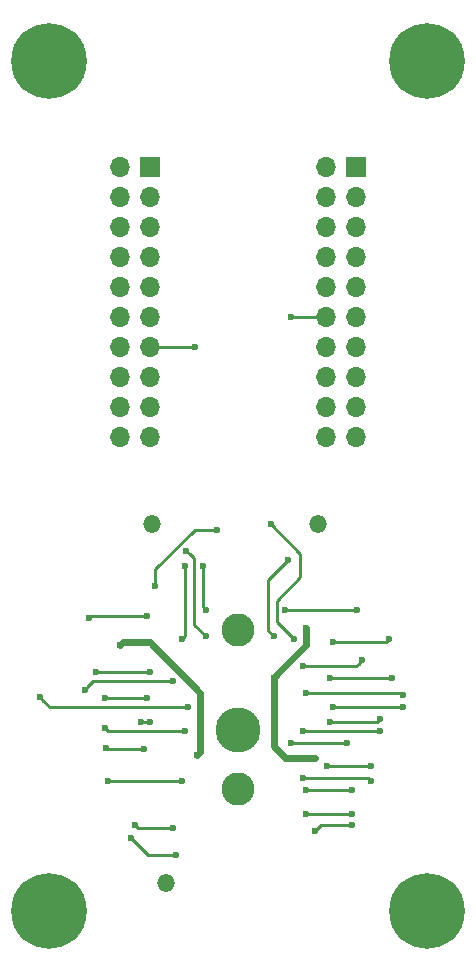
<source format=gtl>
G04 #@! TF.FileFunction,Copper,L1,Top,Signal*
%FSLAX46Y46*%
G04 Gerber Fmt 4.6, Leading zero omitted, Abs format (unit mm)*
G04 Created by KiCad (PCBNEW 4.0.6) date 03/31/18 20:42:20*
%MOMM*%
%LPD*%
G01*
G04 APERTURE LIST*
%ADD10C,0.100000*%
%ADD11C,6.400000*%
%ADD12O,1.500000X1.500000*%
%ADD13C,2.800000*%
%ADD14C,3.800000*%
%ADD15R,1.700000X1.700000*%
%ADD16O,1.700000X1.700000*%
%ADD17C,0.600000*%
%ADD18C,0.250000*%
%ADD19C,0.600000*%
G04 APERTURE END LIST*
D10*
D11*
X116000000Y-96000000D03*
X84000000Y-96000000D03*
X84000000Y-24000000D03*
D12*
X92700000Y-63200000D03*
X106800000Y-63200000D03*
D13*
X100000000Y-72200000D03*
D14*
X100000000Y-80650000D03*
D13*
X100000000Y-85700000D03*
D12*
X93900000Y-93600000D03*
D15*
X92540000Y-33000000D03*
D16*
X90000000Y-33000000D03*
X92540000Y-35540000D03*
X90000000Y-35540000D03*
X92540000Y-38080000D03*
X90000000Y-38080000D03*
X92540000Y-40620000D03*
X90000000Y-40620000D03*
X92540000Y-43160000D03*
X90000000Y-43160000D03*
X92540000Y-45700000D03*
X90000000Y-45700000D03*
X92540000Y-48240000D03*
X90000000Y-48240000D03*
X92540000Y-50780000D03*
X90000000Y-50780000D03*
X92540000Y-53320000D03*
X90000000Y-53320000D03*
X92540000Y-55860000D03*
X90000000Y-55860000D03*
D15*
X110000000Y-33000000D03*
D16*
X107460000Y-33000000D03*
X110000000Y-35540000D03*
X107460000Y-35540000D03*
X110000000Y-38080000D03*
X107460000Y-38080000D03*
X110000000Y-40620000D03*
X107460000Y-40620000D03*
X110000000Y-43160000D03*
X107460000Y-43160000D03*
X110000000Y-45700000D03*
X107460000Y-45700000D03*
X110000000Y-48240000D03*
X107460000Y-48240000D03*
X110000000Y-50780000D03*
X107460000Y-50780000D03*
X110000000Y-53320000D03*
X107460000Y-53320000D03*
X110000000Y-55860000D03*
X107460000Y-55860000D03*
D11*
X116000000Y-24000000D03*
D17*
X90900000Y-89800000D03*
X94750000Y-91250000D03*
X96374990Y-48250000D03*
X96500000Y-82750000D03*
X105750000Y-72000000D03*
X106500000Y-83000000D03*
X103000000Y-76250000D03*
X90000000Y-73500000D03*
X92500000Y-73250000D03*
X109625010Y-88750000D03*
X106500000Y-89250000D03*
X111250000Y-83750000D03*
X107500000Y-83750000D03*
X112000000Y-79750000D03*
X107750000Y-80000000D03*
X113999998Y-78750000D03*
X108000000Y-78750000D03*
X113000004Y-76250000D03*
X107750000Y-76250000D03*
X112750000Y-72999994D03*
X108000000Y-73250000D03*
X109625010Y-87750000D03*
X105750000Y-87750000D03*
X109625010Y-85750000D03*
X105750000Y-85750000D03*
X111250000Y-85000000D03*
X105500000Y-84750000D03*
X109250000Y-81750000D03*
X104500000Y-81750000D03*
X112000000Y-80749994D03*
X105500000Y-80750000D03*
X114000006Y-77750000D03*
X105750000Y-77500000D03*
X110500000Y-74750000D03*
X105500000Y-75250000D03*
X102750000Y-63250000D03*
X104750000Y-73000000D03*
X104250000Y-66250000D03*
X103000000Y-72750000D03*
X110025032Y-70500000D03*
X104000000Y-70500000D03*
X95624990Y-65500000D03*
X97250000Y-72750000D03*
X97250000Y-70500000D03*
X97000000Y-66750000D03*
X88816946Y-82183048D03*
X92000000Y-82250000D03*
X91750000Y-80000006D03*
X92500000Y-80000000D03*
X88750000Y-78000000D03*
X92250000Y-78000000D03*
X88000000Y-75750000D03*
X92500000Y-75750000D03*
X87400000Y-71200000D03*
X92250000Y-71000000D03*
X104475000Y-45700002D03*
X93000000Y-68500000D03*
X98250000Y-63750000D03*
X94500000Y-89000000D03*
X91250004Y-88750000D03*
X89000000Y-85000012D03*
X95250000Y-85000000D03*
X88750000Y-80500000D03*
X95500000Y-80750000D03*
X83199994Y-77900000D03*
X95750000Y-78750000D03*
X87000000Y-77250000D03*
X94500000Y-76500000D03*
X95250000Y-73000000D03*
X95500000Y-66750000D03*
D18*
X91199999Y-90099999D02*
X90900000Y-89800000D01*
X92350000Y-91250000D02*
X91199999Y-90099999D01*
X94750000Y-91250000D02*
X92350000Y-91250000D01*
X92540000Y-48240000D02*
X96364990Y-48240000D01*
X96364990Y-48240000D02*
X96374990Y-48250000D01*
D19*
X92500000Y-73250000D02*
X96750000Y-77500000D01*
X96750000Y-82500000D02*
X96500000Y-82750000D01*
X96750000Y-77500000D02*
X96750000Y-82500000D01*
X103000000Y-76250000D02*
X103299999Y-75950001D01*
X105750000Y-73500000D02*
X105750000Y-72000000D01*
X103299999Y-75950001D02*
X105750000Y-73500000D01*
X103000000Y-82000000D02*
X103000000Y-76250000D01*
X104000000Y-83000000D02*
X103000000Y-82000000D01*
X106500000Y-83000000D02*
X104000000Y-83000000D01*
X92500000Y-73250000D02*
X90250000Y-73250000D01*
X90250000Y-73250000D02*
X90000000Y-73500000D01*
D18*
X109200746Y-88750000D02*
X109625010Y-88750000D01*
X106500000Y-89250000D02*
X107000000Y-88750000D01*
X107000000Y-88750000D02*
X109200746Y-88750000D01*
X107500000Y-83750000D02*
X111250000Y-83750000D01*
X111750000Y-80000000D02*
X112000000Y-79750000D01*
X107750000Y-80000000D02*
X111750000Y-80000000D01*
X108000000Y-78750000D02*
X113999998Y-78750000D01*
X107750000Y-76250000D02*
X113000004Y-76250000D01*
X108000000Y-73250000D02*
X112499994Y-73250000D01*
X112499994Y-73250000D02*
X112750000Y-72999994D01*
X105750000Y-87750000D02*
X109625010Y-87750000D01*
X105750000Y-85750000D02*
X109625010Y-85750000D01*
X111000000Y-84750000D02*
X111250000Y-85000000D01*
X105500000Y-84750000D02*
X111000000Y-84750000D01*
X104500000Y-81750000D02*
X109250000Y-81750000D01*
X111999994Y-80750000D02*
X112000000Y-80749994D01*
X105500000Y-80750000D02*
X111999994Y-80750000D01*
X113750006Y-77500000D02*
X114000006Y-77750000D01*
X105750000Y-77500000D02*
X113750006Y-77500000D01*
X105500000Y-75250000D02*
X110000000Y-75250000D01*
X110200001Y-75049999D02*
X110500000Y-74750000D01*
X110000000Y-75250000D02*
X110200001Y-75049999D01*
X104750000Y-73000000D02*
X103250000Y-71500000D01*
X103250000Y-71500000D02*
X103250000Y-69750000D01*
X103250000Y-69750000D02*
X105250000Y-67750000D01*
X105250000Y-67750000D02*
X105250000Y-65750000D01*
X105250000Y-65750000D02*
X102750000Y-63250000D01*
X103000000Y-72750000D02*
X102500000Y-72250000D01*
X102500000Y-72250000D02*
X102500000Y-68000000D01*
X102500000Y-68000000D02*
X103950001Y-66549999D01*
X103950001Y-66549999D02*
X104250000Y-66250000D01*
X104000000Y-70500000D02*
X110025032Y-70500000D01*
X95924989Y-65799999D02*
X95624990Y-65500000D01*
X96250000Y-71750000D02*
X96250000Y-66125010D01*
X96250000Y-66125010D02*
X95924989Y-65799999D01*
X97250000Y-72750000D02*
X96250000Y-71750000D01*
X97000000Y-66750000D02*
X97000000Y-70250000D01*
X97000000Y-70250000D02*
X97250000Y-70500000D01*
X92000000Y-82250000D02*
X88883898Y-82250000D01*
X88883898Y-82250000D02*
X88816946Y-82183048D01*
X91750006Y-80000000D02*
X91750000Y-80000006D01*
X92500000Y-80000000D02*
X91750006Y-80000000D01*
X92250000Y-78000000D02*
X88750000Y-78000000D01*
X92500000Y-75750000D02*
X88000000Y-75750000D01*
X87600000Y-71000000D02*
X87400000Y-71200000D01*
X92250000Y-71000000D02*
X87600000Y-71000000D01*
X104475002Y-45700000D02*
X104475000Y-45700002D01*
X107460000Y-45700000D02*
X104475002Y-45700000D01*
X98250000Y-63750000D02*
X96325736Y-63750000D01*
X93000000Y-68075736D02*
X93000000Y-68500000D01*
X93000000Y-67075736D02*
X93000000Y-68075736D01*
X96325736Y-63750000D02*
X93000000Y-67075736D01*
X94500000Y-89000000D02*
X91500004Y-89000000D01*
X91500004Y-89000000D02*
X91250004Y-88750000D01*
X89000012Y-85000000D02*
X89000000Y-85000012D01*
X95250000Y-85000000D02*
X89000012Y-85000000D01*
X95500000Y-80750000D02*
X89000000Y-80750000D01*
X89000000Y-80750000D02*
X88750000Y-80500000D01*
X83499993Y-78199999D02*
X83199994Y-77900000D01*
X95750000Y-78750000D02*
X84049994Y-78750000D01*
X84049994Y-78750000D02*
X83499993Y-78199999D01*
X87750000Y-76500000D02*
X87299999Y-76950001D01*
X94500000Y-76500000D02*
X87750000Y-76500000D01*
X87299999Y-76950001D02*
X87000000Y-77250000D01*
X95500000Y-66750000D02*
X95500000Y-72750000D01*
X95500000Y-72750000D02*
X95250000Y-73000000D01*
M02*

</source>
